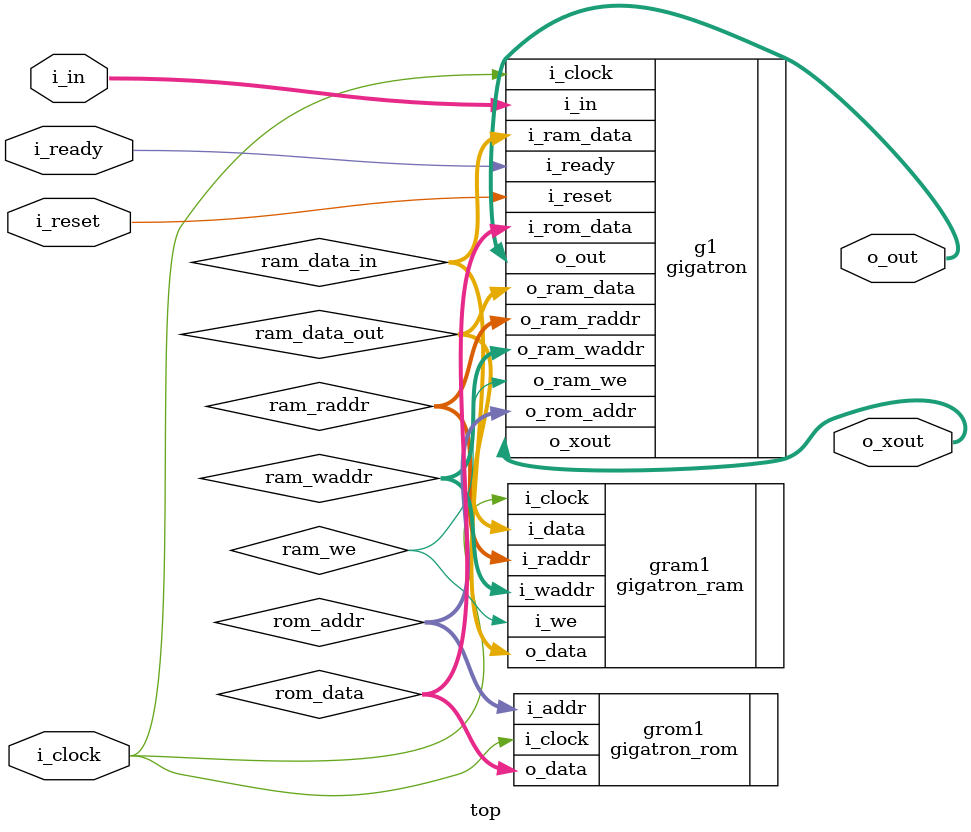
<source format=v>
`default_nettype none

module top(i_clock,
           i_reset,
           i_ready,
           i_in,
           o_out,
`ifdef DEBUG
           o_xout,
           o_acc,
           o_x,
           o_y,
           o_ir,
           o_d,
           o_pc,
           o_prev_out,
           o_prev_pc
`else
           o_xout
`endif
           );

   input  wire        i_clock;
   input  wire        i_reset;
   input  wire        i_ready;
   input  wire [7:0]  i_in;
   output wire [7:0]  o_out;
   output wire [7:0]  o_xout;
`ifdef DEBUG
   output wire [7:0]  o_acc;
   output wire [7:0]  o_x;
   output wire [7:0]  o_y;
   output wire [7:0]  o_ir;
   output wire [7:0]  o_d;
   output wire [15:0] o_pc;
   output wire [7:0]  o_prev_out;
   output wire [15:0] o_prev_pc;
`endif

   // RAM and ROM wires
   wire [7:0]         ram_data_in;
   wire [7:0]         ram_data_out;
   wire [15:0]        ram_raddr;
   wire [15:0]        ram_waddr;
   wire               ram_we;
   wire [15:0]        rom_data;
   wire [15:0]        rom_addr;

   gigatron_ram
     gram1(.i_clock(i_clock),
           .i_raddr(ram_raddr),
           .i_waddr(ram_waddr),
           .i_we(ram_we),
           .i_data(ram_data_out),
           .o_data(ram_data_in));

   gigatron_rom
     #(.ROM_FILE("../../data/rom.hex"))
     grom1(.i_clock(i_clock),
           .i_addr(rom_addr),
           .o_data(rom_data));

   gigatron
     g1(.i_clock(i_clock),
        .i_reset(i_reset),
        .i_ready(i_ready),
        .i_ram_data(ram_data_in),
        .i_rom_data(rom_data),
        .i_in(i_in),
        .o_ram_raddr(ram_raddr),
        .o_ram_waddr(ram_waddr),
        .o_ram_data(ram_data_out),
        .o_ram_we(ram_we),
        .o_rom_addr(rom_addr),
        .o_out(o_out),
`ifdef DEBUG
        .o_xout(o_xout),
        .o_acc(o_acc),
        .o_x(o_x),
        .o_y(o_y),
        .o_ir(o_ir),
        .o_d(o_d),
        .o_pc(o_pc),
        .o_prev_out(o_prev_out),
        .o_prev_pc(o_prev_pc)
`else
        .o_xout(o_xout)
`endif
        );

endmodule

</source>
